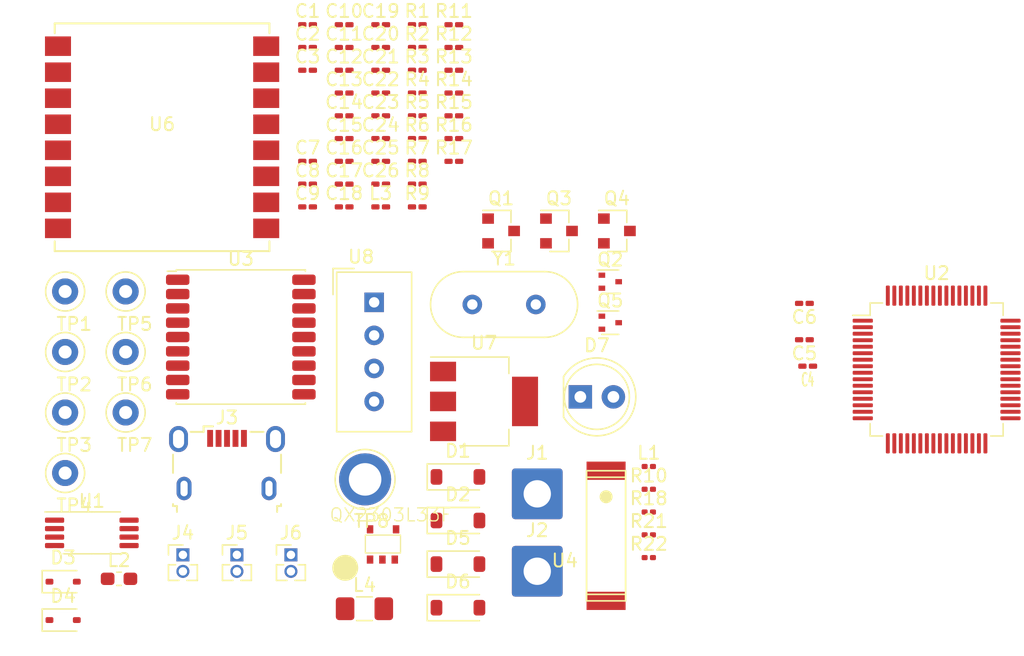
<source format=kicad_pcb>
(kicad_pcb (version 20221018) (generator pcbnew)
  (layers (0 "F.Cu" signal) (31 "B.Cu" signal) (34 "B.Paste" user) (35 "F.Paste" user) (36 "B.SilkS" user "B.Silkscreen") (37 "F.SilkS" user "F.Silkscreen") (38 "B.Mask" user) (39 "F.Mask" user) (44 "Edge.Cuts" user))
  (net 0 "")
  (net 1 "SOLAR+")
  (net 2 "GND")
  (net 3 "Net-(U1-MPP-SET)")
  (net 4 "Net-(U1-VCTRL)")
  (net 5 "MCU_BACKUP")
  (net 6 "Net-(U2-NRST)")
  (net 7 "Net-(U3-VCC)")
  (net 9 "Net-(U3-RF_IN)")
  (net 10 "Net-(U1-ICTRL_MINUS)")
  (net 11 "Net-(U1-ICTRL_PLUS)")
  (net 12 "BCKP_OUT")
  (net 13 "LORA_Vout")
  (net 14 "V_BCKP_GPS")
  (net 15 "Net-(J3-VBUS)")
  (net 16 "Net-(U7-VI)")
  (net 17 "OSC_IN")
  (net 18 "OSC_OUT")
  (net 19 "SUPERCAP_CHRG")
  (net 20 "Net-(D2-A)")
  (net 21 "Net-(D3-A)")
  (net 22 "Net-(D7-K)")
  (net 27 "UART2_TX")
  (net 28 "UART2_RX")
  (net 29 "SWDIO")
  (net 30 "SWCLK")
  (net 31 "USART3_TX")
  (net 32 "USART3_RX")
  (net 33 "Net-(U1-LX)")
  (net 34 "Net-(L2-Pad1)")
  (net 35 "Net-(L2-Pad2)")
  (net 36 "Net-(Q1-Pad1)")
  (net 37 "GPS_RESET_SIGNAL")
  (net 38 "GPS_RESET")
  (net 39 "Net-(Q3-Pad1)")
  (net 40 "Net-(Q3-Pad3)")
  (net 41 "Net-(Q4-Pad1)")
  (net 42 "Net-(Q4-Pad3)")
  (net 43 "LORA_RESET")
  (net 44 "Net-(U6-~{RESET})")
  (net 45 "Net-(U1-XSHUT)")
  (net 46 "Net-(U1-VOUT)")
  (net 47 "GPS_EN")
  (net 48 "Net-(U3-VCC_RF)")
  (net 49 "LowPowCapChrg")
  (net 50 "HighPowCapChrg")
  (net 51 "DC_EN")
  (net 52 "DHD11_DAT")
  (net 53 "OK_FLAG")
  (net 63 "LORA_SPI1_SCK")
  (net 64 "LORA_SPI1_MOSI")
  (net 67 "LORA_SPI1_MISO")
  (net 69 "GPS_RXD1")
  (net 70 "GPS_TXD1")
  (net 75 "LORA_SPI1_NSS")
  (net 76 "DIO1")
  (net 111 "BUSY")
  (footprint "Diode_SMD:D_SOD-323" (layer "F.Cu") (at 77.6565 89.965)
    (fp_text reference "D3" (at 0 -1.85) (layer "F.SilkS"))
    (fp_text value "1N5817WS")
    (pad "1" smd roundrect (at -1.05 0) (size 0.6 0.45) (layers "F.Cu" "F.Paste" "F.Mask") (net 13 "LORA_Vout"))
    (pad "2" smd roundrect (at 1.05 0) (size 0.6 0.45) (layers "F.Cu" "F.Paste" "F.Mask") (net 21 "Net-(D3-A)"))
  )
  (footprint "Capacitor_SMD:C_0201_0603Metric_Pad0.64x0.40mm_HandSolder" (layer "F.Cu") (at 99.2515 57.665)
    (fp_text reference "C16" (at 0 -1.05) (layer "F.SilkS"))
    (fp_text value "100nF")
    (pad "1" smd roundrect (at -0.4075 0) (size 0.635 0.4) (layers "F.Cu" "F.Mask") (net 13 "LORA_Vout"))
    (pad "2" smd roundrect (at 0.4075 0) (size 0.635 0.4) (layers "F.Cu" "F.Mask") (net 2 "GND"))
  )
  (footprint "Connector_Wire:SolderWire-1.5sqmm_1x01_D1.7mm_OD3.9mm" (layer "F.Cu") (at 114.0915 83.215)
    (fp_text reference "J1" (at 0 -3.15) (layer "F.SilkS"))
    (fp_text value "SOLAR+")
    (pad "1" thru_hole roundrect (at 0 0) (size 3.9 3.9) (drill 2.1) (layers "*.Cu" "*.Mask") (roundrect_rratio 0.064103) (net 1 "SOLAR+"))
  )
  (footprint "Capacitor_SMD:C_0201_0603Metric_Pad0.64x0.40mm_HandSolder" (layer "F.Cu") (at 96.4415 59.415)
    (fp_text reference "C8" (at 0 -1.05) (layer "F.SilkS"))
    (fp_text value "100nF")
    (pad "1" smd roundrect (at -0.4075 0) (size 0.635 0.4) (layers "F.Cu" "F.Mask") (net 2 "GND"))
    (pad "2" smd roundrect (at 0.4075 0) (size 0.635 0.4) (layers "F.Cu" "F.Mask") (net 6 "Net-(U2-NRST)"))
  )
  (footprint "Resistor_SMD:R_0201_0603Metric" (layer "F.Cu") (at 122.6615 88.115)
    (fp_text reference "R22" (at 0 -1.05) (layer "F.SilkS"))
    (fp_text value "10k")
    (pad "1" smd roundrect (at -0.32 0) (size 0.46 0.4) (layers "F.Cu" "F.Mask") (net 52 "DHD11_DAT"))
    (pad "2" smd roundrect (at 0.32 0) (size 0.46 0.4) (layers "F.Cu" "F.Mask") (net 5 "MCU_BACKUP"))
  )
  (footprint "Package_QFP:LQFP-64_10x10mm_P0.5mm" (layer "F.Cu") (at 144.78 73.66)
    (fp_text reference "U2" (at 0 -7.4) (layer "F.SilkS"))
    (fp_text value "STM32G070RBTx")
    (pad "1" smd roundrect (at -5.675 -3.75) (size 1.55 0.3) (layers "F.Cu" "F.Paste" "F.Mask") (net 32 "USART3_RX"))
    (pad "2" smd roundrect (at -5.675 -3.25) (size 1.55 0.3) (layers "F.Cu" "F.Paste" "F.Mask"))
    (pad "3" smd roundrect (at -5.675 -2.75) (size 1.55 0.3) (layers "F.Cu" "F.Paste" "F.Mask"))
    (pad "4" smd roundrect (at -5.675 -2.25) (size 1.55 0.3) (layers "F.Cu" "F.Paste" "F.Mask"))
    (pad "5" smd roundrect (at -5.675 -1.75) (size 1.55 0.3) (layers "F.Cu" "F.Paste" "F.Mask"))
    (pad "6" smd roundrect (at -5.675 -1.25) (size 1.55 0.3) (layers "F.Cu" "F.Paste" "F.Mask") (net 5 "MCU_BACKUP"))
    (pad "7" smd roundrect (at -5.675 -0.75) (size 1.55 0.3) (layers "F.Cu" "F.Paste" "F.Mask") (net 5 "MCU_BACKUP"))
    (pad "8" smd roundrect (at -5.675 -0.25) (size 1.55 0.3) (layers "F.Cu" "F.Paste" "F.Mask") (net 5 "MCU_BACKUP"))
    (pad "9" smd roundrect (at -5.675 0.25) (size 1.55 0.3) (layers "F.Cu" "F.Paste" "F.Mask") (net 2 "GND"))
    (pad "10" smd roundrect (at -5.675 0.75) (size 1.55 0.3) (layers "F.Cu" "F.Paste" "F.Mask") (net 17 "OSC_IN"))
    (pad "11" smd roundrect (at -5.675 1.25) (size 1.55 0.3) (layers "F.Cu" "F.Paste" "F.Mask") (net 18 "OSC_OUT"))
    (pad "12" smd roundrect (at -5.675 1.75) (size 1.55 0.3) (layers "F.Cu" "F.Paste" "F.Mask") (net 6 "Net-(U2-NRST)"))
    (pad "13" smd roundrect (at -5.675 2.25) (size 1.55 0.3) (layers "F.Cu" "F.Paste" "F.Mask"))
    (pad "14" smd roundrect (at -5.675 2.75) (size 1.55 0.3) (layers "F.Cu" "F.Paste" "F.Mask"))
    (pad "15" smd roundrect (at -5.675 3.25) (size 1.55 0.3) (layers "F.Cu" "F.Paste" "F.Mask"))
    (pad "16" smd roundrect (at -5.675 3.75) (size 1.55 0.3) (layers "F.Cu" "F.Paste" "F.Mask"))
    (pad "17" smd roundrect (at -3.75 5.675) (size 0.3 1.55) (layers "F.Cu" "F.Paste" "F.Mask"))
    (pad "18" smd roundrect (at -3.25 5.675) (size 0.3 1.55) (layers "F.Cu" "F.Paste" "F.Mask") (net 63 "LORA_SPI1_SCK"))
    (pad "19" smd roundrect (at -2.75 5.675) (size 0.3 1.55) (layers "F.Cu" "F.Paste" "F.Mask") (net 64 "LORA_SPI1_MOSI"))
    (pad "20" smd roundrect (at -2.25 5.675) (size 0.3 1.55) (layers "F.Cu" "F.Paste" "F.Mask"))
    (pad "21" smd roundrect (at -1.75 5.675) (size 0.3 1.55) (layers "F.Cu" "F.Paste" "F.Mask"))
    (pad "22" smd roundrect (at -1.25 5.675) (size 0.3 1.55) (layers "F.Cu" "F.Paste" "F.Mask") (net 31 "USART3_TX"))
    (pad "23" smd roundrect (at -0.75 5.675) (size 0.3 1.55) (layers "F.Cu" "F.Paste" "F.Mask") (net 67 "LORA_SPI1_MISO"))
    (pad "24" smd roundrect (at -0.25 5.675) (size 0.3 1.55) (layers "F.Cu" "F.Paste" "F.Mask"))
    (pad "25" smd roundrect (at 0.25 5.675) (size 0.3 1.55) (layers "F.Cu" "F.Paste" "F.Mask") (net 69 "GPS_RXD1"))
    (pad "26" smd roundrect (at 0.75 5.675) (size 0.3 1.55) (layers "F.Cu" "F.Paste" "F.Mask") (net 70 "GPS_TXD1"))
    (pad "27" smd roundrect (at 1.25 5.675) (size 0.3 1.55) (layers "F.Cu" "F.Paste" "F.Mask"))
    (pad "28" smd roundrect (at 1.75 5.675) (size 0.3 1.55) (layers "F.Cu" "F.Paste" "F.Mask") (net 12 "BCKP_OUT"))
    (pad "29" smd roundrect (at 2.25 5.675) (size 0.3 1.55) (layers "F.Cu" "F.Paste" "F.Mask"))
    (pad "30" smd roundrect (at 2.75 5.675) (size 0.3 1.55) (layers "F.Cu" "F.Paste" "F.Mask"))
    (pad "31" smd roundrect (at 3.25 5.675) (size 0.3 1.55) (layers "F.Cu" "F.Paste" "F.Mask"))
    (pad "32" smd roundrect (at 3.75 5.675) (size 0.3 1.55) (layers "F.Cu" "F.Paste" "F.Mask") (net 75 "LORA_SPI1_NSS"))
    (pad "33" smd roundrect (at 5.675 3.75) (size 1.55 0.3) (layers "F.Cu" "F.Paste" "F.Mask") (net 76 "DIO1"))
    (pad "34" smd roundrect (at 5.675 3.25) (size 1.55 0.3) (layers "F.Cu" "F.Paste" "F.Mask"))
    (pad "35" smd roundrect (at 5.675 2.75) (size 1.55 0.3) (layers "F.Cu" "F.Paste" "F.Mask"))
    (pad "36" smd roundrect (at 5.675 2.25) (size 1.55 0.3) (layers "F.Cu" "F.Paste" "F.Mask"))
    (pad "37" smd roundrect (at 5.675 1.75) (size 1.55 0.3) (layers "F.Cu" "F.Paste" "F.Mask"))
    (pad "38" smd roundrect (at 5.675 1.25) (size 1.55 0.3) (layers "F.Cu" "F.Paste" "F.Mask"))
    (pad "39" smd roundrect (at 5.675 0.75) (size 1.55 0.3) (layers "F.Cu" "F.Paste" "F.Mask") (net 37 "GPS_RESET_SIGNAL"))
    (pad "40" smd roundrect (at 5.675 0.25) (size 1.55 0.3) (layers "F.Cu" "F.Paste" "F.Mask"))
    (pad "41" smd roundrect (at 5.675 -0.25) (size 1.55 0.3) (layers "F.Cu" "F.Paste" "F.Mask"))
    (pad "42" smd roundrect (at 5.675 -0.75) (size 1.55 0.3) (layers "F.Cu" "F.Paste" "F.Mask"))
    (pad "43" smd roundrect (at 5.675 -1.25) (size 1.55 0.3) (layers "F.Cu" "F.Paste" "F.Mask"))
    (pad "44" smd roundrect (at 5.675 -1.75) (size 1.55 0.3) (layers "F.Cu" "F.Paste" "F.Mask"))
    (pad "45" smd roundrect (at 5.675 -2.25) (size 1.55 0.3) (layers "F.Cu" "F.Paste" "F.Mask") (net 29 "SWDIO"))
    (pad "46" smd roundrect (at 5.675 -2.75) (size 1.55 0.3) (layers "F.Cu" "F.Paste" "F.Mask") (net 30 "SWCLK"))
    (pad "47" smd roundrect (at 5.675 -3.25) (size 1.55 0.3) (layers "F.Cu" "F.Paste" "F.Mask") (net 28 "UART2_RX"))
    (pad "48" smd roundrect (at 5.675 -3.75) (size 1.55 0.3) (layers "F.Cu" "F.Paste" "F.Mask") (net 47 "GPS_EN"))
    (pad "49" smd roundrect (at 3.75 -5.675) (size 0.3 1.55) (layers "F.Cu" "F.Paste" "F.Mask"))
    (pad "50" smd roundrect (at 3.25 -5.675) (size 0.3 1.55) (layers "F.Cu" "F.Paste" "F.Mask") (net 50 "HighPowCapChrg"))
    (pad "51" smd roundrect (at 2.75 -5.675) (size 0.3 1.55) (layers "F.Cu" "F.Paste" "F.Mask") (net 49 "LowPowCapChrg"))
    (pad "52" smd roundrect (at 2.25 -5.675) (size 0.3 1.55) (layers "F.Cu" "F.Paste" "F.Mask") (net 51 "DC_EN"))
    (pad "53" smd roundrect (at 1.75 -5.675) (size 0.3 1.55) (layers "F.Cu" "F.Paste" "F.Mask"))
    (pad "54" smd roundrect (at 1.25 -5.675) (size 0.3 1.55) (layers "F.Cu" "F.Paste" "F.Mask"))
    (pad "55" smd roundrect (at 0.75 -5.675) (size 0.3 1.55) (layers "F.Cu" "F.Paste" "F.Mask") (net 27 "UART2_TX"))
    (pad "56" smd roundrect (at 0.25 -5.675) (size 0.3 1.55) (layers "F.Cu" "F.Paste" "F.Mask") (net 43 "LORA_RESET"))
    (pad "57" smd roundrect (at -0.25 -5.675) (size 0.3 1.55) (layers "F.Cu" "F.Paste" "F.Mask"))
    (pad "58" smd roundrect (at -0.75 -5.675) (size 0.3 1.55) (layers "F.Cu" "F.Paste" "F.Mask"))
    (pad "59" smd roundrect (at -1.25 -5.675) (size 0.3 1.55) (layers "F.Cu" "F.Paste" "F.Mask"))
    (pad "60" smd roundrect (at -1.75 -5.675) (size 0.3 1.55) (layers "F.Cu" "F.Paste" "F.Mask") (net 53 "OK_FLAG"))
    (pad "61" smd roundrect (at -2.25 -5.675) (size 0.3 1.55) (layers "F.Cu" "F.Paste" "F.Mask"))
    (pad "62" smd roundrect (at -2.75 -5.675) (size 0.3 1.55) (layers "F.Cu" "F.Paste" "F.Mask"))
    (pad "63" smd roundrect (at -3.25 -5.675) (size 0.3 1.55) (layers "F.Cu" "F.Paste" "F.Mask"))
    (pad "64" smd roundrect (at -3.75 -5.675) (size 0.3 1.55) (layers "F.Cu" "F.Paste" "F.Mask"))
  )
  (footprint "Capacitor_SMD:C_0201_0603Metric_Pad0.64x0.40mm_HandSolder" (layer "F.Cu") (at 96.4415 57.665)
    (fp_text reference "C7" (at 0 -1.05) (layer "F.SilkS"))
    (fp_text value "1uF")
    (pad "1" smd roundrect (at -0.4075 0) (size 0.635 0.4) (layers "F.Cu" "F.Mask") (net 5 "MCU_BACKUP"))
    (pad "2" smd roundrect (at 0.4075 0) (size 0.635 0.4) (layers "F.Cu" "F.Mask") (net 2 "GND"))
  )
  (footprint "Capacitor_SMD:C_0201_0603Metric_Pad0.64x0.40mm_HandSolder" (layer "F.Cu") (at 134.874 73.406 180)
    (fp_text reference "C4" (at 0 -1.05) (layer "F.SilkS") (effects (font (size 1 0.5) (thickness 0.125))))
    (fp_text value "4.7uf")
    (pad "1" smd roundrect (at -0.4075 0 180) (size 0.635 0.4) (layers "F.Cu" "F.Mask") (net 5 "MCU_BACKUP"))
    (pad "2" smd roundrect (at 0.4075 0 180) (size 0.635 0.4) (layers "F.Cu" "F.Mask") (net 2 "GND"))
  )
  (footprint "TestPoint:TestPoint_Loop_D2.50mm_Drill1.0mm" (layer "F.Cu") (at 77.8115 76.965)
    (fp_text reference "TP3" (at 0.7 2.5) (layer "F.SilkS"))
    (fp_text value "LORA_VOUT")
    (pad "1" thru_hole circle (at 0 0) (size 2 2) (drill 1) (layers "*.Cu" "*.Mask") (net 13 "LORA_Vout"))
  )
  (footprint "Diode_SMD:D_SOD-123" (layer "F.Cu") (at 107.9965 88.615)
    (fp_text reference "D5" (at 0 -2) (layer "F.SilkS"))
    (fp_text value "MBRX120LF")
    (pad "1" smd roundrect (at -1.65 0) (size 0.9 1.2) (layers "F.Cu" "F.Paste" "F.Mask") (net 14 "V_BCKP_GPS"))
    (pad "2" smd roundrect (at 1.65 0) (size 0.9 1.2) (layers "F.Cu" "F.Paste" "F.Mask") (net 12 "BCKP_OUT"))
  )
  (footprint "Resistor_SMD:R_0201_0603Metric_Pad0.64x0.40mm_HandSolder" (layer "F.Cu") (at 104.8715 47.165)
    (fp_text reference "R1" (at 0 -1.05) (layer "F.SilkS"))
    (fp_text value "1k")
    (pad "1" smd roundrect (at -0.4075 0) (size 0.635 0.4) (layers "F.Cu" "F.Mask") (net 33 "Net-(U1-LX)"))
    (pad "2" smd roundrect (at 0.4075 0) (size 0.635 0.4) (layers "F.Cu" "F.Mask") (net 3 "Net-(U1-MPP-SET)"))
  )
  (footprint "Resistor_SMD:R_0201_0603Metric" (layer "F.Cu") (at 122.6615 84.615)
    (fp_text reference "R18" (at 0 -1.05) (layer "F.SilkS"))
    (fp_text value "10k")
    (pad "1" smd roundrect (at -0.32 0) (size 0.46 0.4) (layers "F.Cu" "F.Mask") (net 51 "DC_EN"))
    (pad "2" smd roundrect (at 0.32 0) (size 0.46 0.4) (layers "F.Cu" "F.Mask") (net 2 "GND"))
  )
  (footprint "Package_TO_SOT_SMD:SOT-23" (layer "F.Cu") (at 111.3115 63.015)
    (fp_text reference "Q1" (at 0 -2.5) (layer "F.SilkS"))
    (fp_text value "AO3401A")
    (pad "1" smd rect (at -1 -0.95) (size 0.9 0.8) (layers "F.Cu" "F.Paste" "F.Mask") (net 36 "Net-(Q1-Pad1)"))
    (pad "2" smd rect (at -1 0.95) (size 0.9 0.8) (layers "F.Cu" "F.Paste" "F.Mask") (net 5 "MCU_BACKUP"))
    (pad "3" smd rect (at 1 0) (size 0.9 0.8) (layers "F.Cu" "F.Paste" "F.Mask") (net 7 "Net-(U3-VCC)"))
  )
  (footprint "Connector_PinHeader_1.27mm:PinHeader_1x02_P1.27mm_Vertical" (layer "F.Cu") (at 91.0115 87.905)
    (fp_text reference "J5" (at 0 -1.695) (layer "F.SilkS"))
    (fp_text value "SWD")
    (pad "1" thru_hole rect (at 0 0) (size 1 1) (drill 0.65) (layers "*.Cu" "*.Mask") (net 29 "SWDIO"))
    (pad "2" thru_hole oval (at 0 1.27) (size 1 1) (drill 0.65) (layers "*.Cu" "*.Mask") (net 30 "SWCLK"))
  )
  (footprint "Diode_SMD:D_SOD-123" (layer "F.Cu") (at 107.9965 91.965)
    (fp_text reference "D6" (at 0 -2) (layer "F.SilkS"))
    (fp_text value "MBRX120LF")
    (pad "1" smd roundrect (at -1.65 0) (size 0.9 1.2) (layers "F.Cu" "F.Paste" "F.Mask") (net 5 "MCU_BACKUP"))
    (pad "2" smd roundrect (at 1.65 0) (size 0.9 1.2) (layers "F.Cu" "F.Paste" "F.Mask") (net 13 "LORA_Vout"))
  )
  (footprint "Capacitor_SMD:C_0201_0603Metric_Pad0.64x0.40mm_HandSolder" (layer "F.Cu") (at 96.4415 61.165)
    (fp_text reference "C9" (at 0 -1.05) (layer "F.SilkS"))
    (fp_text value "100nF")
    (pad "1" smd roundrect (at -0.4075 0) (size 0.635 0.4) (layers "F.Cu" "F.Mask") (net 7 "Net-(U3-VCC)"))
    (pad "2" smd roundrect (at 0.4075 0) (size 0.635 0.4) (layers "F.Cu" "F.Mask") (net 2 "GND"))
  )
  (footprint "Capacitor_SMD:C_0201_0603Metric_Pad0.64x0.40mm_HandSolder" (layer "F.Cu") (at 99.2515 50.665)
    (fp_text reference "C12" (at 0 -1.05) (layer "F.SilkS"))
    (fp_text value "0")
    (pad "1" smd roundrect (at -0.4075 0) (size 0.635 0.4) (layers "F.Cu" "F.Mask") (net 9 "Net-(U3-RF_IN)"))
    (pad "2" smd roundrect (at 0.4075 0) (size 0.635 0.4) (layers "F.Cu" "F.Mask") (net 2 "GND"))
  )
  (footprint "RF_Module:Ai-Thinker-Ra-01-LoRa" (layer "F.Cu") (at 85.2615 55.815)
    (fp_text reference "U6" (at 0 -1) (layer "F.SilkS"))
    (fp_text value "Ai-Thinker-Ra-01")
    (pad "1" smd rect (at -8 -7) (size 2 1.5) (layers "F.Cu" "F.Paste" "F.Mask"))
    (pad "2" smd rect (at -8 -5) (size 2 1.5) (layers "F.Cu" "F.Paste" "F.Mask") (net 2 "GND"))
    (pad "3" smd rect (at -8 -3) (size 2 1.5) (layers "F.Cu" "F.Paste" "F.Mask") (net 13 "LORA_Vout"))
    (pad "4" smd rect (at -8 -1) (size 2 1.5) (layers "F.Cu" "F.Paste" "F.Mask") (net 44 "Net-(U6-~{RESET})"))
    (pad "5" smd rect (at -8 1) (size 2 1.5) (layers "F.Cu" "F.Paste" "F.Mask"))
    (pad "6" smd rect (at -8 3) (size 2 1.5) (layers "F.Cu" "F.Paste" "F.Mask") (net 76 "DIO1"))
    (pad "7" smd rect (at -8 5) (size 2 1.5) (layers "F.Cu" "F.Paste" "F.Mask"))
    (pad "8" smd rect (at -8 7) (size 2 1.5) (layers "F.Cu" "F.Paste" "F.Mask"))
    (pad "9" smd rect (at 8 7) (size 2 1.5) (layers "F.Cu" "F.Paste" "F.Mask") (net 2 "GND"))
    (pad "10" smd rect (at 8 5) (size 2 1.5) (layers "F.Cu" "F.Paste" "F.Mask") (net 111 "BUSY"))
    (pad "11" smd rect (at 8 3) (size 2 1.5) (layers "F.Cu" "F.Paste" "F.Mask"))
    (pad "12" smd rect (at 8 1) (size 2 1.5) (layers "F.Cu" "F.Paste" "F.Mask") (net 63 "LORA_SPI1_SCK"))
    (pad "13" smd rect (at 8 -1) (size 2 1.5) (layers "F.Cu" "F.Paste" "F.Mask") (net 67 "LORA_SPI1_MISO"))
    (pad "14" smd rect (at 8 -3) (size 2 1.5) (layers "F.Cu" "F.Paste" "F.Mask") (net 64 "LORA_SPI1_MOSI"))
    (pad "15" smd rect (at 8 -5) (size 2 1.5) (layers "F.Cu" "F.Paste" "F.Mask") (net 75 "LORA_SPI1_NSS"))
    (pad "16" smd rect (at 8 -7) (size 2 1.5) (layers "F.Cu" "F.Paste" "F.Mask") (net 2 "GND"))
  )
  (footprint "Package_TO_SOT_SMD:SOT-23" (layer "F.Cu") (at 115.7615 63.015)
    (fp_text reference "Q3" (at 0 -2.5) (layer "F.SilkS"))
    (fp_text value "AO3401A")
    (pad "1" smd rect (at -1 -0.95) (size 0.9 0.8) (layers "F.Cu" "F.Paste" "F.Mask") (net 39 "Net-(Q3-Pad1)"))
    (pad "2" smd rect (at -1 0.95) (size 0.9 0.8) (layers "F.Cu" "F.Paste" "F.Mask") (net 5 "MCU_BACKUP"))
    (pad "3" smd rect (at 1 0) (size 0.9 0.8) (layers "F.Cu" "F.Paste" "F.Mask") (net 40 "Net-(Q3-Pad3)"))
  )
  (footprint "Resistor_SMD:R_0201_0603Metric_Pad0.64x0.40mm_HandSolder" (layer "F.Cu") (at 107.6815 50.665)
    (fp_text reference "R13" (at 0 -1.05) (layer "F.SilkS"))
    (fp_text value "10K")
    (pad "1" smd roundrect (at -0.4075 0) (size 0.635 0.4) (layers "F.Cu" "F.Mask") (net 5 "MCU_BACKUP"))
    (pad "2" smd roundrect (at 0.4075 0) (size 0.635 0.4) (layers "F.Cu" "F.Mask") (net 49 "LowPowCapChrg"))
  )
  (footprint "Capacitor_SMD:C_0201_0603Metric_Pad0.64x0.40mm_HandSolder" (layer "F.Cu") (at 102.0615 54.165)
    (fp_text reference "C23" (at 0 -1.05) (layer "F.SilkS"))
    (fp_text value "10uF")
    (pad "1" smd roundrect (at -0.4075 0) (size 0.635 0.4) (layers "F.Cu" "F.Mask") (net 16 "Net-(U7-VI)"))
    (pad "2" smd roundrect (at 0.4075 0) (size 0.635 0.4) (layers "F.Cu" "F.Mask") (net 2 "GND"))
  )
  (footprint "Capacitor_SMD:C_0201_0603Metric_Pad0.64x0.40mm_HandSolder" (layer "F.Cu") (at 99.2515 55.915)
    (fp_text reference "C15" (at 0 -1.05) (layer "F.SilkS"))
    (fp_text value "47uF")
    (pad "1" smd roundrect (at -0.4075 0) (size 0.635 0.4) (layers "F.Cu" "F.Mask") (net 2 "GND"))
    (pad "2" smd roundrect (at 0.4075 0) (size 0.635 0.4) (layers "F.Cu" "F.Mask") (net 12 "BCKP_OUT"))
  )
  (footprint "Diode_SMD:D_SOD-323" (layer "F.Cu") (at 77.6565 92.915)
    (fp_text reference "D4" (at 0 -1.85) (layer "F.SilkS"))
    (fp_text value "1N5817WS")
    (pad "1" smd roundrect (at -1.05 0) (size 0.6 0.45) (layers "F.Cu" "F.Paste" "F.Mask") (net 14 "V_BCKP_GPS"))
    (pad "2" smd roundrect (at 1.05 0) (size 0.6 0.45) (layers "F.Cu" "F.Paste" "F.Mask") (net 5 "MCU_BACKUP"))
  )
  (footprint "Capacitor_SMD:C_0201_0603Metric_Pad0.64x0.40mm_HandSolder" (layer "F.Cu") (at 102.0615 59.415)
    (fp_text reference "C26" (at 0 -1.05) (layer "F.SilkS"))
    (fp_text value "2.2uF")
    (pad "1" smd roundrect (at -0.4075 0) (size 0.635 0.4) (layers "F.Cu" "F.Mask") (net 2 "GND"))
    (pad "2" smd roundrect (at 0.4075 0) (size 0.635 0.4) (layers "F.Cu" "F.Mask") (net 18 "OSC_OUT"))
  )
  (footprint "Resistor_SMD:R_0201_0603Metric_Pad0.64x0.40mm_HandSolder" (layer "F.Cu") (at 104.8715 59.415)
    (fp_text reference "R8" (at 0 -1.05) (layer "F.SilkS"))
    (fp_text value "0K")
    (pad "1" smd roundrect (at -0.4075 0) (size 0.635 0.4) (layers "F.Cu" "F.Mask") (net 34 "Net-(L2-Pad1)"))
    (pad "2" smd roundrect (at 0.4075 0) (size 0.635 0.4) (layers "F.Cu" "F.Mask") (net 9 "Net-(U3-RF_IN)"))
  )
  (footprint "Connector_Wire:SolderWire-1.5sqmm_1x01_D1.7mm_OD3.9mm" (layer "F.Cu") (at 114.0915 89.165)
    (fp_text reference "J2" (at 0 -3.15) (layer "F.SilkS"))
    (fp_text value "SOLAR-")
    (pad "1" thru_hole roundrect (at 0 0) (size 3.9 3.9) (drill 2.1) (layers "*.Cu" "*.Mask") (roundrect_rratio 0.064103) (net 2 "GND"))
  )
  (footprint "Inductor_SMD:L_0201_0603Metric" (layer "F.Cu") (at 122.6615 81.115)
    (fp_text reference "L1" (at 0 -1.05) (layer "F.SilkS"))
    (fp_text value "10uH")
    (pad "1" smd roundrect (at -0.32 0) (size 0.46 0.4) (layers "F.Cu" "F.Mask") (net 1 "SOLAR+"))
    (pad "2" smd roundrect (at 0.32 0) (size 0.46 0.4) (layers "F.Cu" "F.Mask") (net 33 "Net-(U1-LX)"))
  )
  (footprint "Connector_USB:USB_Micro-B_Wuerth_629105150521" (layer "F.Cu") (at 90.2515 80.855)
    (fp_text reference "J3" (at 0 -3.5) (layer "F.SilkS"))
    (fp_text value "USB_B_Micro")
    (pad "" np_thru_hole oval (at -2.5 -0.8) (size 0.8 0.8) (drill 0.8) (layers "*.Cu" "*.Mask"))
    (pad "" np_thru_hole oval (at 2.5 -0.8) (size 0.8 0.8) (drill 0.8) (layers "*.Cu" "*.Mask"))
    (pad "1" smd rect (at -1.3 -1.9) (size 0.45 1.3) (layers "F.Cu" "F.Paste" "F.Mask") (net 15 "Net-(J3-VBUS)"))
    (pad "2" smd rect (at -0.65 -1.9) (size 0.45 1.3) (layers "F.Cu" "F.Paste" "F.Mask"))
    (pad "3" smd rect (at 0 -1.9) (size 0.45 1.3) (layers "F.Cu" "F.Paste" "F.Mask"))
    (pad "4" smd rect (at 0.65 -1.9) (size 0.45 1.3) (layers "F.Cu" "F.Paste" "F.Mask"))
    (pad "5" smd rect (at 1.3 -1.9) (size 0.45 1.3) (layers "F.Cu" "F.Paste" "F.Mask") (net 2 "GND"))
    (pad "6" thru_hole oval (at -3.725 -1.85) (size 1.45 2) (drill oval 0.85 1.4) (layers "*.Cu" "*.Mask"))
    (pad "6" thru_hole oval (at -3.302 1.95) (size 1.15 1.8) (drill oval 0.55 1.2) (layers "*.Cu" "*.Mask"))
    (pad "6" thru_hole oval (at 3.225 1.95) (size 1.15 1.8) (drill oval 0.55 1.2) (layers "*.Cu" "*.Mask"))
    (pad "6" thru_hole oval (at 3.725 -1.85) (size 1.45 2) (drill oval 0.85 1.4) (layers "*.Cu" "*.Mask"))
  )
  (footprint "Package_TO_SOT_SMD:SOT-523" (layer "F.Cu") (at 119.7015 70.065)
    (fp_text reference "Q5" (at 0 -1.7) (layer "F.SilkS"))
    (fp_text value "DTC143ZEBTL")
    (pad "1" smd rect (at -0.645 -0.5 180) (size 0.51 0.4) (layers "F.Cu" "F.Paste" "F.Mask") (net 43 "LORA_RESET"))
    (pad "2" smd rect (at -0.645 0.5 180) (size 0.51 0.4) (layers "F.Cu" "F.Paste" "F.Mask") (net 2 "GND"))
    (pad "3" smd rect (at 0.645 0 180) (size 0.51 0.4) (layers "F.Cu" "F.Paste" "F.Mask") (net 44 "Net-(U6-~{RESET})"))
  )
  (footprint "LED_THT:LED_D5.0mm" (layer "F.Cu") (at 117.4015 75.765)
    (fp_text reference "D7" (at 1.27 -3.96) (layer "F.SilkS"))
    (fp_text value "LED")
    (pad "1" thru_hole rect (at 0 0) (size 1.8 1.8) (drill 0.9) (layers "*.Cu" "*.Mask") (net 22 "Net-(D7-K)"))
    (pad "2" thru_hole circle (at 2.54 0) (size 1.8 1.8) (drill 0.9) (layers "*.Cu" "*.Mask") (net 5 "MCU_BACKUP"))
  )
  (footprint "Capacitor_SMD:C_0201_0603Metric_Pad0.64x0.40mm_HandSolder" (layer "F.Cu") (at 102.0615 50.665)
    (fp_text reference "C21" (at 0 -1.05) (layer "F.SilkS"))
    (fp_text value "2.2uF")
    (pad "1" smd roundrect (at -0.4075 0) (size 0.635 0.4) (layers "F.Cu" "F.Mask") (net 15 "Net-(J3-VBUS)"))
    (pad "2" smd roundrect (at 0.4075 0) (size 0.635 0.4) (layers "F.Cu" "F.Mask") (net 2 "GND"))
  )
  (footprint "Resistor_SMD:R_0201_0603Metric" (layer "F.Cu") (at 122.6615 82.865)
    (fp_text reference "R10" (at 0 -1.05) (layer "F.SilkS"))
    (fp_text value "1K")
    (pad "1" smd roundrect (at -0.32 0) (size 0.46 0.4) (layers "F.Cu" "F.Mask") (net 11 "Net-(U1-ICTRL_PLUS)"))
    (pad "2" smd roundrect (at 0.32 0) (size 0.46 0.4) (layers "F.Cu" "F.Mask") (net 46 "Net-(U1-VOUT)"))
  )
  (footprint "Resistor_SMD:R_0201_0603Metric_Pad0.64x0.40mm_HandSolder" (layer "F.Cu") (at 107.6815 54.165)
    (fp_text reference "R15" (at 0 -1.05) (layer "F.SilkS"))
    (fp_text value "10K")
    (pad "1" smd roundrect (at -0.4075 0) (size 0.635 0.4) (layers "F.Cu" "F.Mask") (net 5 "MCU_BACKUP"))
    (pad "2" smd roundrect (at 0.4075 0) (size 0.635 0.4) (layers "F.Cu" "F.Mask") (net 50 "HighPowCapChrg"))
  )
  (footprint "Capacitor_SMD:C_0201_0603Metric_Pad0.64x0.40mm_HandSolder" (layer "F.Cu") (at 134.62 68.58 180)
    (fp_text reference "C6" (at 0 -1.05) (layer "F.SilkS"))
    (fp_text value "100nF")
    (pad "1" smd roundrect (at -0.4075 0 180) (size 0.635 0.4) (layers "F.Cu" "F.Mask") (net 5 "MCU_BACKUP"))
    (pad "2" smd roundrect (at 0.4075 0 180) (size 0.635 0.4) (layers "F.Cu" "F.Mask") (net 2 "GND"))
  )
  (footprint "Capacitor_SMD:C_0201_0603Metric_Pad0.64x0.40mm_HandSolder" (layer "F.Cu") (at 99.2515 59.415)
    (fp_text reference "C17" (at 0 -1.05) (layer "F.SilkS"))
    (fp_text value "10uF")
    (pad "1" smd roundrect (at -0.4075 0) (size 0.635 0.4) (layers "F.Cu" "F.Mask") (net 2 "GND"))
    (pad "2" smd roundrect (at 0.4075 0) (size 0.635 0.4) (layers "F.Cu" "F.Mask") (net 13 "LORA_Vout"))
  )
  (footprint "Inductor_SMD:L_0603_1608Metric_Pad1.05x0.95mm_HandSolder" (layer "F.Cu") (at 81.9515 89.745)
    (fp_text reference "L2" (at 0 -1.43) (layer "F.SilkS"))
    (fp_text value "47nH")
    (pad "1" smd roundrect (at -0.875 0) (size 1.05 0.95) (layers "F.Cu" "F.Paste" "F.Mask") (net 34 "Net-(L2-Pad1)"))
    (pad "2" smd roundrect (at 0.875 0) (size 1.05 0.95) (layers "F.Cu" "F.Paste" "F.Mask") (net 35 "Net-(L2-Pad2)"))
  )
  (footprint "TestPoint:TestPoint_Loop_D3.80mm_Drill2.5mm" (layer "F.Cu") (at 100.8615 82.105)
    (fp_text reference "TP8" (at 0.5 3.2) (layer "F.SilkS"))
    (fp_text value "OK")
    (pad "1" thru_hole circle (at 0 0) (size 4 4) (drill 2.5) (layers "*.Cu" "*.Mask") (net 53 "OK_FLAG"))
  )
  (footprint "TestPoint:TestPoint_Loop_D2.50mm_Drill1.0mm" (layer "F.Cu") (at 77.8115 72.315)
    (fp_text reference "TP2" (at 0.7 2.5) (layer "F.SilkS"))
    (fp_text value "SUPERCAP")
    (pad "1" thru_hole circle (at 0 0) (size 2 2) (drill 1) (layers "*.Cu" "*.Mask") (net 12 "BCKP_OUT"))
  )
  (footprint "Capacitor_SMD:C_0201_0603Metric_Pad0.64x0.40mm_HandSolder" (layer "F.Cu") (at 102.0615 48.915)
    (fp_text reference "C20" (at 0 -1.05) (layer "F.SilkS"))
    (fp_text value "100nF")
    (pad "1" smd roundrect (at -0.4075 0) (size 0.635 0.4) (layers "F.Cu" "F.Mask") (net 14 "V_BCKP_GPS"))
    (pad "2" smd roundrect (at 0.4075 0) (size 0.635 0.4) (layers "F.Cu" "F.Mask") (net 2 "GND"))
  )
  (footprint "Resistor_SMD:R_0201_0603Metric_Pad0.64x0.40mm_HandSolder" (layer "F.Cu") (at 107.6815 55.915)
    (fp_text reference "R16" (at 0 -1.05) (layer "F.SilkS"))
    (fp_text value "3.3K")
    (pad "1" smd roundrect (at -0.4075 0) (size 0.635 0.4) (layers "F.Cu" "F.Mask") (net 41 "Net-(Q4-Pad1)"))
    (pad "2" smd roundrect (at 0.4075 0) (size 0.635 0.4) (layers "F.Cu" "F.Mask") (net 50 "HighPowCapChrg"))
  )
  (footprint "TestPoint:TestPoint_Loop_D2.50mm_Drill1.0mm" (layer "F.Cu") (at 82.4615 76.965)
    (fp_text reference "TP7" (at 0.7 2.5) (layer "F.SilkS"))
    (fp_text value "GND")
    (pad "1" thru_hole circle (at 0 0) (size 2 2) (drill 1) (layers "*.Cu" "*.Mask") (net 2 "GND"))
  )
  (footprint "Resistor_SMD:R_0201_0603Metric_Pad0.64x0.40mm_HandSolder" (layer "F.Cu") (at 107.6815 47.165)
    (fp_text reference "R11" (at 0 -1.05) (layer "F.SilkS"))
    (fp_text value "1K")
    (pad "1" smd roundrect (at -0.4075 0) (size 0.635 0.4) (layers "F.Cu" "F.Mask") (net 10 "Net-(U1-ICTRL_MINUS)"))
    (pad "2" smd roundrect (at 0.4075 0) (size 0.635 0.4) (layers "F.Cu" "F.Mask") (net 5 "MCU_BACKUP"))
  )
  (footprint "Resistor_SMD:R_0201_0603Metric_Pad0.64x0.40mm_HandSolder" (layer "F.Cu") (at 104.8715 48.915)
    (fp_text reference "R2" (at 0 -1.05) (layer "F.SilkS"))
    (fp_text value "0")
    (pad "1" smd roundrect (at -0.4075 0) (size 0.635 0.4) (layers "F.Cu" "F.Mask") (net 45 "Net-(U1-XSHUT)"))
    (pad "2" smd roundrect (at 0.4075 0) (size 0.635 0.4) (layers "F.Cu" "F.Mask") (net 3 "Net-(U1-MPP-SET)"))
  )
  (footprint "Capacitor_SMD:C_0201_0603Metric_Pad0.64x0.40mm_HandSolder" (layer "F.Cu") (at 99.2515 54.165)
    (fp_text reference "C14" (at 0 -1.05) (layer "F.SilkS"))
    (fp_text value "1.5F")
    (pad "1" smd roundrect (at -0.4075 0) (size 0.635 0.4) (layers "F.Cu" "F.Mask") (net 12 "BCKP_OUT"))
    (pad "2" smd roundrect (at 0.4075 0) (size 0.635 0.4) (layers "F.Cu" "F.Mask") (net 2 "GND"))
  )
  (footprint "Capacitor_SMD:C_0201_0603Metric_Pad0.64x0.40mm_HandSolder" (layer "F.Cu") (at 102.0615 55.915)
    (fp_text reference "C24" (at 0 -1.05) (layer "F.SilkS"))
    (fp_text value "10uF")
    (pad "1" smd roundrect (at -0.4075 0) (size 0.635 0.4) (layers "F.Cu" "F.Mask") (net 5 "MCU_BACKUP"))
    (pad "2" smd roundrect (at 0.4075 0) (size 0.635 0.4) (layers "F.Cu" "F.Mask") (net 2 "GND"))
  )
  (footprint "RF_GPS:Quectel_L70-R" (layer "F.Cu") (at 91.3115 71.165)
    (fp_text reference "U3" (at 0 -6) (layer "F.SilkS"))
    (fp_text value "L70-R")
    (pad "1" smd roundrect (at -4.85 -4.4) (size 1.8 0.8) (layers "F.Cu" "F.Paste" "F.Mask") (net 2 "GND"))
    (pad "2" smd roundrect (at -4.85 -3.3) (size 1.8 0.8) (layers "F.Cu" "F.Paste" "F.Mask") (net 69 "GPS_RXD1"))
    (pad "3" smd roundrect (at -4.85 -2.2) (size 1.8 0.8) (layers "F.Cu" "F.Paste" "F.Mask") (net 70 "GPS_TXD1"))
    (pad "4" smd roundrect (at -4.85 -1.1) (size 1.8 0.8) (layers "F.Cu" "F.Paste" "F.Mask"))
    (pad "5" smd roundrect (at -4.85 0) (size 1.8 0.8) (layers "F.Cu" "F.Paste" "F.Mask"))
    (pad "6" smd roundrect (at -4.85 1.1) (size 1.8 0.8) (layers "F.Cu" "F.Paste" "F.Mask") (net 14 "V_BCKP_GPS"))
    (pad "7" smd roundrect (at -4.85 2.2) (size 1.8 0.8) (layers "F.Cu" "F.Paste" "F.Mask"))
    (pad "8" smd roundrect (at -4.85 3.3) (size 1.8 0.8) (layers "F.Cu" "F.Paste" "F.Mask") (net 7 "Net-(U3-VCC)"))
    (pad "9" smd roundrect (at -4.85 4.4) (size 1.8 0.8) (layers "F.Cu" "F.Paste" "F.Mask") (net 38 "GPS_RESET"))
    (pad "10" smd roundrect (at 4.85 4.4) (size 1.8 0.8) (layers "F.Cu" "F.Paste" "F.Mask") (net 2 "GND"))
    (pad "11" smd roundrect (at 4.85 3.3) (size 1.8 0.8) (layers "F.Cu" "F.Paste" "F.Mask") (net 9 "Net-(U3-RF_IN)"))
    (pad "12" smd roundrect (at 4.85 2.2) (size 1.8 0.8) (layers "F.Cu" "F.Paste" "F.Mask") (net 2 "GND"))
    (pad "13" smd roundrect (at 4.85 1.1) (size 1.8 0.8) (layers "F.Cu" "F.Paste" "F.Mask"))
    (pad "14" smd roundrect (at 4.85 0) (size 1.8 0.8) (layers "F.Cu" "F.Paste" "F.Mask") (net 48 "Net-(U3-VCC_RF)"))
    (pad "15" smd roundrect (at 4.85 -1.1) (size 1.8 0.8) (layers "F.Cu" "F.Paste" "F.Mask"))
    (pad "16" smd roundrect (at 4.85 -2.2) (size 1.8 0.8) (layers "F.Cu" "F.Paste" "F.Mask"))
    (pad "17" smd roundrect (at 4.85 -3.3) (size 1.8 0.8) (layers "F.Cu" "F.Paste" "F.Mask"))
    (pad "18" smd roundrect (at 4.85 -4.4) (size 1.8 0.8) (layers "F.Cu" "F.Paste" "F.Mask"))
  )
  (footprint "Diode_SMD:D_SOD-123" (layer "F.Cu") (at 107.9965 85.265)
    (fp_text reference "D2" (at 0 -2) (layer "F.SilkS"))
    (fp_text value "MBRX120LF")
    (pad "1" smd roundrect (at -1.65 0) (size 0.9 1.2) (layers "F.Cu" "F.Paste" "F.Mask") (net 19 "SUPERCAP_CHRG"))
    (pad "2" smd roundrect (at 1.65 0) (size 0.9 1.2) (layers "F.Cu" "F.Paste" "F.Mask") (net 20 "Net-(D2-A)"))
  )
  (footprint "Capacitor_SMD:C_0201_0603Metric_Pad0.64x0.40mm_HandSolder" (layer "F.Cu") (at 102.0615 47.165)
    (fp_text reference "C19" (at 0 -1.05) (layer "F.SilkS"))
    (fp_text value "4.7uF")
    (pad "1" smd roundrect (at -0.4075 0) (size 0.635 0.4) (layers "F.Cu" "F.Mask") (net 14 "V_BCKP_GPS"))
    (pad "2" smd roundrect (at 0.4075 0) (size 0.635 0.4) (layers "F.Cu" "F.Mask") (net 2 "GND"))
  )
  (footprint "Sensor:Aosong_DHT11_5.5x12.0_P2.54mm" (layer "F.Cu") (at 101.5565 68.5)
    (fp_text reference "U8" (at -1 -3.5) (layer "F.SilkS"))
    (fp_text value "DHT11")
    (pad "1" thru_hole rect (at 0 0) (size 1.5 1.5) (drill 0.8) (layers "*.Cu" "*.Mask") (net 5 "MCU_BACKUP"))
    (pad "2" thru_hole circle (at 0 2.54) (size 1.5 1.5) (drill 0.8) (layers "*.Cu" "*.Mask") (net 52 "DHD11_DAT"))
    (pad "3" thru_hole circle (at 0 5.08) (size 1.5 1.5) (drill 0.8) (layers "*.Cu" "*.Mask"))
    (pad "4" thru_hole circle (at 0 7.62) (size 1.5 1.5) (drill 0.8) (layers "*.Cu" "*.Mask") (net 2 "GND"))
  )
  (footprint "Resistor_SMD:R_0201_0603Metric_Pad0.64x0.40mm_HandSolder" (layer "F.Cu") (at 104.8715 55.915)
    (fp_text reference "R6" (at 0 -1.05) (layer "F.SilkS"))
    (fp_text value "3.3K")
    (pad "1" smd roundrect (at -0.4075 0) (size 0.635 0.4) (layers "F.Cu" "F.Mask") (net 47 "GPS_EN"))
    (pad "2" smd roundrect (at 0.4075 0) (size 0.635 0.4) (layers "F.Cu" "F.Mask") (net 36 "Net-(Q1-Pad1)"))
  )
  (footprint "Inductor_SMD:L_1206_3216Metric_Pad1.42x1.75mm_HandSolder" (layer "F.Cu") (at 100.8115 92.045)
    (fp_text reference "L4" (at 0 -1.82) (layer "F.SilkS"))
    (fp_text value "L")
    (pad "1" smd roundrect (at -1.4875 0) (size 1.425 1.75) (layers "F.Cu" "F.Paste" "F.Mask") (roundrect_rratio 0.175439) (net 15 "Net-(J3-VBUS)"))
    (pad "2" smd roundrect (at 1.4875 0) (size 1.425 1.75) (layers "F.Cu" "F.Paste" "F.Mask") (roundrect_rratio 0.175439) (net 16 "Net-(U7-VI)"))
  )
  (footprint "Resistor_SMD:R_0201_0603Metric_Pad0.64x0.40mm_HandSolder" (layer "F.Cu") (at 104.8715 57.665)
    (fp_text reference "R7" (at 0 -1.05) (layer "F.SilkS"))
    (fp_text value "10k")
    (pad "1" smd roundrect (at -0.4075 0) (size 0.635 0.4) (layers "F.Cu" "F.Mask") (net 47 "GPS_EN"))
    (pad "2" smd roundrect (at 0.4075 0) (size 0.635 0.4) (layers "F.Cu" "F.Mask") (net 5 "MCU_BACKUP"))
  )
  (footprint "Package_SO:TSSOP-8_4.4x3mm_P0.65mm" (layer "F.Cu") (at 79.8615 86.215)
    (fp_text reference "U1" (at 0 -2.45) (layer "F.SilkS"))
    (fp_text value "SPV1040")
    (pad "1" smd roundrect (at -2.8625 -0.975) (size 1.475 0.4) (layers "F.Cu" "F.Paste" "F.Mask") (net 3 "Net-(U1-MPP-SET)"))
    (pad "2" smd roundrect (at -2.8625 -0.325) (size 1.475 0.4) (layers "F.Cu" "F.Paste" "F.Mask") (net 2 "GND"))
    (pad "3" smd roundrect (at -2.8625 0.325) (size 1.475 0.4) (layers "F.Cu" "F.Paste" "F.Mask") (net 33 "Net-(U1-LX)"))
    (pad "4" smd roundrect (at -2.8625 0.975) (size 1.475 0.4) (layers "F.Cu" "F.Paste" "F.Mask") (net 46 "Net-(U1-VOUT)"))
    (pad "5" smd roundrect (at 2.8625 0.975) (size 1.475 0.4) (layers "F.Cu" "F.Paste" "F.Mask") (net 4 "Net-(U1-VCTRL)"))
    (pad "6" smd roundrect (at 2.8625 0.325) (size 1.475 0.4) (layers "F.Cu" "F.Paste" "F.Mask") (net 10 "Net-(U1-ICTRL_MINUS)"))
    (pad "7" smd roundrect (at 2.8625 -0.325) (size 1.475 0.4) (layers "F.Cu" "F.Paste" "F.Mask") (net 11 "Net-(U1-ICTRL_PLUS)"))
    (pad "8" smd roundrect (at 2.8625 -0.975) (size 1.475 0.4) (layers "F.Cu" "F.Paste" "F.Mask") (net 45 "Net-(U1-XSHUT)"))
  )
  (footprint "Resistor_SMD:R_0201_0603Metric_Pad0.64x0.40mm_HandSolder" (layer "F.Cu") (at 107.6815 57.665)
    (fp_text reference "R17" (at 0 -1.05) (layer "F.SilkS"))
    (fp_text value "90")
    (pad "1" smd roundrect (at -0.4075 0) (size 0.635 0.4) (layers "F.Cu" "F.Mask") (net 19 "SUPERCAP_CHRG"))
    (pad "2" smd roundrect (at 0.4075 0) (size 0.635 0.4) (layers "F.Cu" "F.Mask") (net 42 "Net-(Q4-Pad3)"))
  )
  (footprint "Capacitor_SMD:C_0201_0603Metric_Pad0.64x0.40mm_HandSolder" (layer "F.Cu") (at 99.2515 48.915)
    (fp_text reference "C11" (at 0 -1.05) (layer "F.SilkS"))
    (fp_text value "0")
    (pad "1" smd roundrect (at -0.4075 0) (size 0.635 0.4) (layers "F.Cu" "F.Mask"))
    (pad "2" smd roundrect (at 0.4075 0) (size 0.635 0.4) (layers "F.Cu" "F.Mask") (net 2 "GND"))
  )
  (footprint "Resistor_SMD:R_0201_0603Metric" (layer "F.Cu") (at 122.6615 86.365)
    (fp_text reference "R21" (at 0 -1.05) (layer "F.SilkS"))
    (fp_text value "1k")
    (pad "1" smd roundrect (at -0.32 0) (size 0.46 0.4) (layers "F.Cu" "F.Mask") (net 22 "Net-(D7-K)"))
    (pad "2" smd roundrect (at 0.32 0) (size 0.46 0.4) (layers "F.Cu" "F.Mask") (net 2 "GND"))
  )
  (footprint "TestPoint:TestPoint_Loop_D2.50mm_Drill1.0mm" (layer "F.Cu") (at 82.4615 67.665)
    (fp_text reference "TP5" (at 0.7 2.5) (layer "F.SilkS"))
    (fp_text value "SOLAR+")
    (pad "1" thru_hole circle (at 0 0) (size 2 2) (drill 1) (layers "*.Cu" "*.Mask") (net 1 "SOLAR+"))
  )
  (footprint "Capacitor_SMD:C_0201_0603Metric_Pad0.64x0.40mm_HandSolder" (layer "F.Cu") (at 99.2515 61.165)
    (fp_text reference "C18" (at 0 -1.05) (layer "F.SilkS"))
    (fp_text value "100nF")
    (pad "1" smd roundrect (at -0.4075 0) (size 0.635 0.4) (layers "F.Cu" "F.Mask") (net 13 "LORA_Vout"))
    (pad "2" smd roundrect (at 0.4075 0) (size 0.635 0.4) (layers "F.Cu" "F.Mask") (net 2 "GND"))
  )
  (footprint "Connector_PinHeader_1.27mm:PinHeader_1x02_P1.27mm_Vertical" (layer "F.Cu") (at 95.1615 87.905)
    (fp_text reference "J6" (at 0 -1.695) (layer "F.SilkS"))
    (fp_text value "COMMS_USART3")
    (pad "1" thru_hole rect (at 0 0) (size 1 1) (drill 0.65) (layers "*.Cu" "*.Mask") (net 31 "USART3_TX"))
    (pad "2" thru_hole oval (at 0 1.27) (size 1 1) (drill 0.65) (layers "*.Cu" "*.Mask") (net 32 "USART3_RX"))
  )
  (footprint "Resistor_SMD:R_0201_0603Metric_Pad0.64x0.40mm_HandSolder" (layer "F.Cu") (at 107.6815 48.915)
    (fp_text reference "R12" (at 0 -1.05) (layer "F.SilkS"))
    (fp_text value "3.3K")
    (pad "1" smd roundrect (at -0.4075 0) (size 0.635 0.4) (layers "F.Cu" "F.Mask") (net 39 "Net-(Q3-Pad1)"))
    (pad "2" smd roundrect (at 0.4075 0) (size 0.635 0.4) (layers "F.Cu" "F.Mask") (net 49 "LowPowCapChrg"))
  )
  (footprint "Capacitor_SMD:C_0201_0603Metric_Pad0.64x0.40mm_HandSolder" (layer "F.Cu") (at 102.0615 57.665)
    (fp_text reference "C25" (at 0 -1.05) (layer "F.SilkS"))
    (fp_text value "16pF")
    (pad "1" smd roundrect (at -0.4075 0) (size 0.635 0.4) (layers "F.Cu" "F.Mask") (net 2 "GND"))
    (pad "2" smd roundrect (at 0.4075 0) (size 0.635 0.4) (layers "F.Cu" "F.Mask") (net 17 "OSC_IN"))
  )
  (footprint "Package_TO_SOT_SMD:SOT-223-3_TabPin2" (layer "F.Cu") (at 110.0015 76.115)
    (fp_text reference "U7" (at 0 -4.5) (layer "F.SilkS"))
    (fp_text value "AMS1117-3.3")
    (pad "1" smd rect (at -3.15 -2.3) (size 2 1.5) (layers "F.Cu" "F.Paste" "F.Mask") (net 2 "GND"))
    (pad "2" smd rect (at -3.15 0) (size 2 1.5) (layers "F.Cu" "F.Paste" "F.Mask") (net 5 "MCU_BACKUP"))
    (pad "2" smd rect (at 3.15 0) (size 2 3.8) (layers "F.Cu" "F.Paste" "F.Mask") (net 5 "MCU_BACKUP"))
    (pad "3" smd rect (at -3.15 2.3) (size 2 1.5) (layers "F.Cu" "F.Paste" "F.Mask") (net 16 "Net-(U7-VI)"))
  )
  (footprint "Resistor_SMD:R_0201_0603Metric_Pad0.64x0.40mm_HandSolder" (layer "F.Cu") (at 104.8715 52.415)
    (fp_text reference "R4" (at 0 -1.05) (layer "F.SilkS"))
    (fp_text value "1.5M")
    (pad "1" smd roundrect (at -0.4075 0) (size 0.635 0.4) (layers "F.Cu" "F.Mask") (net 4 "Net-(U1-VCTRL)"))
    (pad "2" smd roundrect (at 0.4075 0) (size 0.635 0.4) (layers "F.Cu" "F.Mask") (net 5 "MCU_BACKUP"))
  )
  (footprint "Diode_SMD:D_SOD-123" (layer "F.Cu") (at 107.9965 81.915)
    (fp_text reference "D1" (at 0 -2) (layer "F.SilkS"))
    (fp_text value "MBRX120LF")
    (pad "1" smd roundrect (at -1.65 0) (size 0.9 1.2) (layers "F.Cu" "F.Paste" "F.Mask") (net 12 "BCKP_OUT"))
    (pad "2" smd roundrect (at 1.65 0) (size 0.9 1.2) (layers "F.Cu" "F.Paste" "F.Mask") (net 19 "SUPERCAP_CHRG"))
  )
  (footprint "TestPoint:TestPoint_Loop_D2.50mm_Drill1.0mm" (layer "F.Cu") (at 82.4615 72.315)
    (fp_text reference "TP6" (at 0.7 2.5) (layer "F.SilkS"))
    (fp_text value "SUPERCAP_CHRG")
    (pad "1" thru_hole circle (at 0 0) (size 2 2) (drill 1) (layers "*.Cu" "*.Mask") (net 19 "SUPERCAP_CHRG"))
  )
  (footprint "Package_TO_SOT_SMD:SOT-23" (layer "F.Cu") (at 120.2115 63.015)
    (fp_text reference "Q4" (at 0 -2.5) (layer "F.SilkS"))
    (fp_text value "AO3401A")
    (pad "1" smd rect (at -1 -0.95) (size 0.9 0.8) (layers "F.Cu" "F.Paste" "F.Mask") (net 41 "Net-(Q4-Pad1)"))
    (pad "2" smd rect (at -1 0.95) (size 0.9 0.8) (layers "F.Cu" "F.Paste" "F.Mask") (net 5 "MCU_BACKUP"))
    (pad "3" smd rect (at 1 0) (size 0.9 0.8) (layers "F.Cu" "F.Paste" "F.Mask") (net 42 "Net-(Q4-Pad3)"))
  )
  (footprint "Resistor_SMD:R_0201_0603Metric_Pad0.64x0.40mm_HandSolder" (layer "F.Cu") (at 104.8715 61.165)
    (fp_text reference "R9" (at 0 -1.05) (layer "F.SilkS"))
    (fp_text value "10R")
    (pad "1" smd roundrect (at -0.4075 0) (size 0.635 0.4) (layers "F.Cu" "F.Mask") (net 35 "Net-(L2-Pad2)"))
    (pad "2" smd roundrect (at 0.4075 0) (size 0.635 0.4) (layers "F.Cu" "F.Mask") (net 48 "Net-(U3-VCC_RF)"))
  )
  (footprint "GPS1003:GPS1003" (layer "F.Cu") (at 119.38 86.44)
    (fp_text reference "U4" (at -3.175 1.905 180) (layer "F.SilkS"))
    (fp_text value "GPS1003")
    (pad "RF_IN" smd rect (at 0 -5) (size 3 1.4) (layers "F.Cu" "F.Paste" "F.Mask"))
    (pad "SOLDER" smd rect (at 0 5) (size 3 1.4) (layers "F.Cu" "F.Paste" "F.Mask"))
  )
  (footprint "Package_TO_SOT_SMD:SOT-523" (layer "F.Cu") (at 119.7015 66.915)
    (fp_text reference "Q2" (at 0 -1.7) (layer "F.SilkS"))
    (fp_text value "DTC143ZEBTL")
    (pad "1" smd rect (at -0.645 -0.5 180) (size 0.51 0.4) (layers "F.Cu" "F.Paste" "F.Mask") (net 37 "GPS_RESET_SIGNAL"))
    (pad "2" smd rect (at -0.645 0.5 180) (size 0.51 0.4) (layers "F.Cu" "F.Paste" "F.Mask") (net 2 "GND"))
    (pad "3" smd rect (at 0.645 0 180) (size 0.51 0.4) (layers "F.Cu" "F.Paste" "F.Mask") (net 38 "GPS_RESET"))
  )
  (footprint "Capacitor_SMD:C_0201_0603Metric_Pad0.64x0.40mm_HandSolder" (layer "F.Cu") (at 134.62 71.374 180)
    (fp_text reference "C5" (at 0 -1.05) (layer "F.SilkS"))
    (fp_text value "100nF")
    (pad "1" smd roundrect (at -0.4075 0 180) (size 0.635 0.4) (layers "F.Cu" "F.Mask") (net 5 "MCU_BACKUP"))
    (pad "2" smd roundrect (at 0.4075 0 180) (size 0.635 0.4) (layers "F.Cu" "F.Mask") (net 2 "GND"))
  )
  (footprint "Capacitor_SMD:C_0201_0603Metric_Pad0.64x0.40mm_HandSolder" (layer "F.Cu") (at 102.0615 52.415)
    (fp_text reference "C22" (at 0 -1.05) (layer "F.SilkS"))
    (fp_text value "2.2uF")
    (pad "1" smd roundrect (at -0.4075 0) (size 0.635 0.4) (layers "F.Cu" "F.Mask") (net 2 "GND"))
    (pad "2" smd roundrect (at 0.4075 0) (size 0.635 0.4) (layers "F.Cu" "F.Mask") (net 16 "Net-(U7-VI)"))
  )
  (footprint "Resistor_SMD:R_0201_0603Metric_Pad0.64x0.40mm_HandSolder" (layer "F.Cu") (at 104.8715 50.665)
    (fp_text reference "R3" (at 0 -1.05) (layer "F.SilkS"))
    (fp_text value "330milliOhm")
    (pad "1" smd roundrect (at -0.4075 0) (size 0.635 0.4) (layers "F.Cu" "F.Mask") (net 46 "Net-(U1-VOUT)"))
    (pad "2" smd roundrect (at 0.4075 0) (size 0.635 0.4) (layers "F.Cu" "F.Mask") (net 5 "MCU_BACKUP"))
  )
  (footprint "Inductor_SMD:L_0201_0603Metric_Pad0.64x0.40mm_HandSolder" (layer "F.Cu") (at 102.0615 61.165)
    (fp_text reference "L3" (at 0 -1.05) (layer "F.SilkS"))
    (fp_text value "2,05uH")
    (pad "1" smd roundrect (at -0.4075 0) (size 0.635 0.4) (layers "F.Cu" "F.Mask") (net 12 "BCKP_OUT"))
    (pad "2" smd roundrect (at 0.4075 0) (size 0.635 0.4) (layers "F.Cu" "F.Mask") (net 21 "Net-(D3-A)"))
  )
  (footprint "Resistor_SMD:R_0201_0603Metric_Pad0.64x0.40mm_HandSolder" (layer "F.Cu") (at 104.8715 54.165)
    (fp_text reference "R5" (at 0 -1.05) (layer "F.SilkS"))
    (fp_text value "910K")
    (pad "1" smd roundrect (at -0.4075 0) (size 0.635 0.4) (layers "F.Cu" "F.Mask") (net 4 "Net-(U1-VCTRL)"))
    (pad "2" smd roundrect (at 0.4075 0) (size 0.635 0.4) (layers "F.Cu" "F.Mask") (net 2 "GND"))
  )
  (footprint "Crystal:Crystal_HC49-U_Vertical" (layer "F.Cu") (at 109.1015 68.665)
    (fp_text reference "Y1" (at 2.44 -3.525) (layer "F.SilkS"))
    (fp_text value "Crystal")
    (pad "1" thru_hole circle (at 0 0) (size 1.5 1.5) (drill 0.8) (layers "*.Cu" "*.Mask") (net 17 "OSC_IN"))
    (pad "2" thru_hole circle (at 4.88 0) (size 1.5 1.5) (drill 0.8) (layers "*.Cu" "*.Mask") (net 18 "OSC_OUT"))
  )
  (footprint "TestPoint:TestPoint_Loop_D2.50mm_Drill1.0mm" (layer "F.Cu") (at 77.8115 81.615)
    (fp_text reference "TP4" (at 0.7 2.5) (layer "F.SilkS"))
    (fp_text value "BCKP_GPS")
    (pad "1" thru_hole circle (at 0 0) (size 2 2) (drill 1) (layers "*.Cu" "*.Mask") (net 14 "V_BCKP_GPS"))
  )
  (footprint "Capacitor_SMD:C_0201_0603Metric_Pad0.64x0.40mm_HandSolder" (layer "F.Cu") (at 96.4415 48.915)
    (fp_text reference "C2" (at 0 -1.05) (layer "F.SilkS"))
    (fp_text value "100nF")
    (pad "1" smd roundrect (at -0.4075 0) (size 0.635 0.4) (layers "F.Cu" "F.Mask") (net 3 "Net-(U1-MPP-SET)"))
    (pad "2" smd roundrect (at 0.4075 0) (size 0.635 0.4) (layers "F.Cu" "F.Mask") (net 2 "GND"))
  )
  (footprint "Connector_PinHeader_1.27mm:PinHeader_1x02_P1.27mm_Vertical" (layer "F.Cu") (at 86.8615 87.905)
    (fp_text reference "J4" (at 0 -1.695) (layer "F.SilkS"))
    (fp_text value "COMMS_USART2")
    (pad "1" thru_hole rect (at 0 0) (size 1 1) (drill 0.65) (layers "*.Cu" "*.Mask") (net 27 "UART2_TX"))
    (pad "2" thru_hole oval (at 0 1.27) (size 1 1) (drill 0.65) (layers "*.Cu" "*.Mask") (net 28 "UART2_RX"))
  )
  (footprint "Capacitor_SMD:C_0201_0603Metric_Pad0.64x0.40mm_HandSolder" (layer "F.Cu") (at 99.2515 52.415)
    (fp_text reference "C13" (at 0 -1.05) (layer "F.SilkS"))
    (fp_text value "1uF")
    (pad "1" smd roundrect (at -0.4075 0) (size 0.635 0.4) (layers "F.Cu" "F.Mask") (net 10 "Net-(U1-ICTRL_MINUS)"))
    (pad "2" smd roundrect (at 0.4075 0) (size 0.635 0.4) (layers "F.Cu" "F.Mask") (net 11 "Net-(U1-ICTRL_PLUS)"))
  )
  (footprint "TestPoint:TestPoint_Loop_D2.50mm_Drill1.0mm" (layer "F.Cu") (at 77.8115 67.665)
    (fp_text reference "TP1" (at 0.7 2.5) (layer "F.SilkS"))
    (fp_text value "3.3vSPV1040")
    (pad "1" thru_hole circle (at 0 0) (size 2 2) (drill 1) (layers "*.Cu" "*.Mask") (net 5 "MCU_BACKUP"))
  )
  (footprint "QX2303L33F:QX2303L33F" (layer "F.Cu") (at 100.7335 86.2355)
    (fp_text reference "U5")
    (fp_text value "~")
    (fp_text user "QX2303L33F" (at -2.667 -0.8128 unlocked) (layer "F.SilkS") (effects (font (thickness 0.1)) (justify left bottom)))
    (pad "1" smd roundrect (at 0.508 2.032) (size 0.5 0.625) (layers "F.Cu" "F.Paste" "F.Mask") (roundrect_rratio 0) (chamfer_ratio 0.2) (chamfer) (net 51 "DC_EN"))
    (pad "2" smd roundrect (at 1.458 2.032) (size 0.5 0.625) (layers "F.Cu" "F.Paste" "F.Mask") (roundrect_rratio 0) (chamfer_ratio 0.2) (chamfer) (net 13 "LORA_Vout"))
    (pad "3" smd roundrect (at 2.408 2.032) (size 0.5 0.625) (layers "F.Cu" "F.Paste" "F.Mask") (roundrect_rratio 0) (chamfer_ratio 0.2) (chamfer))
    (pad "4" smd roundrect (at 2.508 -0.293) (size 0.5 0.625) (layers "F.Cu" "F.Paste" "F.Mask") (roundrect_rratio 0) (chamfer_ratio 0.2) (chamfer) (net 2 "GND"))
    (pad "5" smd roundrect (at 0.508 -0.293) (size 0.5 0.625) (layers "F.Cu" "F.Paste" "F.Mask") (roundrect_rratio 0) (chamfer_ratio 0.2) (chamfer) (net 21 "Net-(D3-A)"))
  )
  (footprint "Capacitor_SMD:C_0201_0603Metric_Pad0.64x0.40mm_HandSolder" (layer "F.Cu") (at 99.2515 47.165)
    (fp_text reference "C10" (at 0 -1.05) (layer "F.SilkS"))
    (fp_text value "10uF")
    (pad "1" smd roundrect (at -0.4075 0) (size 0.635 0.4) (layers "F.Cu" "F.Mask") (net 7 "Net-(U3-VCC)"))
    (pad "2" smd roundrect (at 0.4075 0) (size 0.635 0.4) (layers "F.Cu" "F.Mask") (net 2 "GND"))
  )
  (footprint "Capacitor_SMD:C_0201_0603Metric_Pad0.64x0.40mm_HandSolder" (layer "F.Cu") (at 96.4415 50.665)
    (fp_text reference "C3" (at 0 -1.05) (layer "F.SilkS"))
    (fp_text value "60uF")
    (pad "1" smd roundrect (at -0.4075 0) (size 0.635 0.4) (layers "F.Cu" "F.Mask") (net 4 "Net-(U1-VCTRL)"))
    (pad "2" smd roundrect (at 0.4075 0) (size 0.635 0.4) (layers "F.Cu" "F.Mask") (net 2 "GND"))
  )
  (footprint "Resistor_SMD:R_0201_0603Metric_Pad0.64x0.40mm_HandSolder" (layer "F.Cu") (at 107.6815 52.415)
    (fp_text reference "R14" (at 0 -1.05) (layer "F.SilkS"))
    (fp_text value "150")
    (pad "1" smd roundrect (at -0.4075 0) (size 0.635 0.4) (layers "F.Cu" "F.Mask") (net 20 "Net-(D2-A)"))
    (pad "2" smd roundrect (at 0.4075 0) (size 0.635 0.4) (layers "F.Cu" "F.Mask") (net 40 "Net-(Q3-Pad3)"))
  )
  (footprint "Capacitor_SMD:C_0201_0603Metric_Pad0.64x0.40mm_HandSolder" (layer "F.Cu") (at 96.4415 47.165)
    (fp_text reference "C1" (at 0 -1.05) (layer "F.SilkS"))
    (fp_text value "27uF")
    (pad "1" smd roundrect (at -0.4075 0) (size 0.635 0.4) (layers "F.Cu" "F.Mask") (net 1 "SOLAR+"))
    (pad "2" smd roundrect (at 0.4075 0) (size 0.635 0.4) (layers "F.Cu" "F.Mask") (net 2 "GND"))
  )
)
</source>
